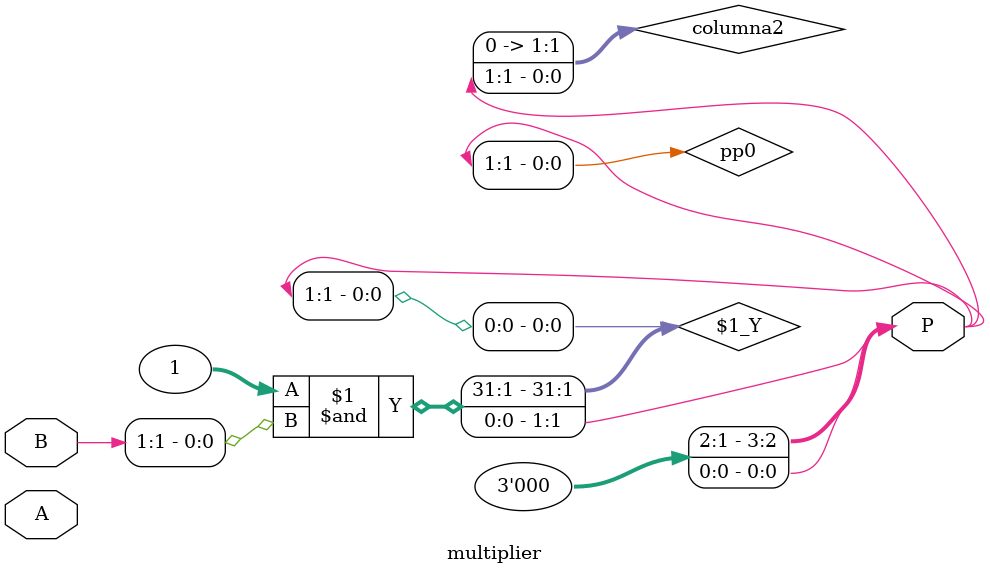
<source format=v>

`timescale 1ns/1ps  
module multiplier (
input [1:0] A,
input [1:0] B,
output [3:0] P);

        // Generación de productos parciales
 wire pp0 = ((1) & (B[1]));

    // Suma de productos parciales
wire [1:0] columna2 = pp0;
assign P = (columna2 << 1);
endmodule
</source>
